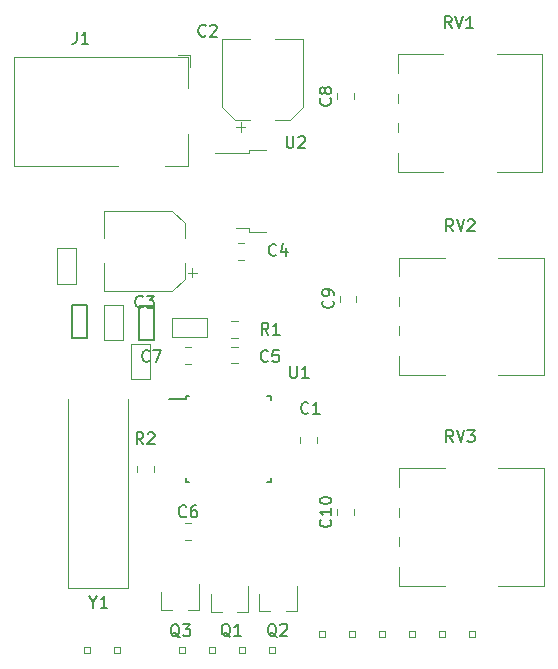
<source format=gbr>
G04 #@! TF.GenerationSoftware,KiCad,Pcbnew,5.0.2-bee76a0~70~ubuntu18.04.1*
G04 #@! TF.CreationDate,2019-12-16T19:01:30-05:00*
G04 #@! TF.ProjectId,LEDStuff,4c454453-7475-4666-962e-6b696361645f,rev?*
G04 #@! TF.SameCoordinates,Original*
G04 #@! TF.FileFunction,Legend,Top*
G04 #@! TF.FilePolarity,Positive*
%FSLAX46Y46*%
G04 Gerber Fmt 4.6, Leading zero omitted, Abs format (unit mm)*
G04 Created by KiCad (PCBNEW 5.0.2-bee76a0~70~ubuntu18.04.1) date Mon 16 Dec 2019 07:01:30 PM EST*
%MOMM*%
%LPD*%
G01*
G04 APERTURE LIST*
%ADD10C,0.066040*%
%ADD11C,0.120000*%
%ADD12C,0.150000*%
%ADD13C,0.152400*%
%ADD14C,0.050800*%
G04 APERTURE END LIST*
D10*
G04 #@! TO.C,J2*
X166326000Y-120254000D02*
X166834000Y-120254000D01*
X166834000Y-120254000D02*
X166834000Y-119746000D01*
X166326000Y-119746000D02*
X166834000Y-119746000D01*
X166326000Y-120254000D02*
X166326000Y-119746000D01*
X163786000Y-120254000D02*
X164294000Y-120254000D01*
X164294000Y-120254000D02*
X164294000Y-119746000D01*
X163786000Y-119746000D02*
X164294000Y-119746000D01*
X163786000Y-120254000D02*
X163786000Y-119746000D01*
X161246000Y-120254000D02*
X161754000Y-120254000D01*
X161754000Y-120254000D02*
X161754000Y-119746000D01*
X161246000Y-119746000D02*
X161754000Y-119746000D01*
X161246000Y-120254000D02*
X161246000Y-119746000D01*
X158706000Y-120254000D02*
X159214000Y-120254000D01*
X159214000Y-120254000D02*
X159214000Y-119746000D01*
X158706000Y-119746000D02*
X159214000Y-119746000D01*
X158706000Y-120254000D02*
X158706000Y-119746000D01*
X156166000Y-120254000D02*
X156674000Y-120254000D01*
X156674000Y-120254000D02*
X156674000Y-119746000D01*
X156166000Y-119746000D02*
X156674000Y-119746000D01*
X156166000Y-120254000D02*
X156166000Y-119746000D01*
X153626000Y-120254000D02*
X154134000Y-120254000D01*
X154134000Y-120254000D02*
X154134000Y-119746000D01*
X153626000Y-119746000D02*
X154134000Y-119746000D01*
X153626000Y-120254000D02*
X153626000Y-119746000D01*
D11*
G04 #@! TO.C,C1*
X153516400Y-103833452D02*
X153516400Y-103310948D01*
X152096400Y-103833452D02*
X152096400Y-103310948D01*
G04 #@! TO.C,C2*
X152300996Y-69602071D02*
X149950996Y-69602071D01*
X145480996Y-69602071D02*
X147830996Y-69602071D01*
X145480996Y-75357634D02*
X145480996Y-69602071D01*
X152300996Y-75357634D02*
X152300996Y-69602071D01*
X151236559Y-76422071D02*
X149950996Y-76422071D01*
X146545433Y-76422071D02*
X147830996Y-76422071D01*
X146545433Y-76422071D02*
X145480996Y-75357634D01*
X151236559Y-76422071D02*
X152300996Y-75357634D01*
X147043496Y-77449571D02*
X147043496Y-76662071D01*
X146649746Y-77055821D02*
X147437246Y-77055821D01*
G04 #@! TO.C,C3*
X142943650Y-89782350D02*
X142943650Y-88994850D01*
X143337400Y-89388600D02*
X142549900Y-89388600D01*
X142309900Y-85195537D02*
X141245463Y-84131100D01*
X142309900Y-89886663D02*
X141245463Y-90951100D01*
X142309900Y-89886663D02*
X142309900Y-88601100D01*
X142309900Y-85195537D02*
X142309900Y-86481100D01*
X141245463Y-84131100D02*
X135489900Y-84131100D01*
X141245463Y-90951100D02*
X135489900Y-90951100D01*
X135489900Y-90951100D02*
X135489900Y-88601100D01*
X135489900Y-84131100D02*
X135489900Y-86481100D01*
G04 #@! TO.C,C4*
X146801048Y-86881900D02*
X147323552Y-86881900D01*
X146801048Y-88301900D02*
X147323552Y-88301900D01*
G04 #@! TO.C,C5*
X146772152Y-95644900D02*
X146249648Y-95644900D01*
X146772152Y-97064900D02*
X146249648Y-97064900D01*
G04 #@! TO.C,C6*
X142338048Y-110592800D02*
X142860552Y-110592800D01*
X142338048Y-112012800D02*
X142860552Y-112012800D01*
G04 #@! TO.C,C7*
X142308948Y-97077600D02*
X142831452Y-97077600D01*
X142308948Y-95657600D02*
X142831452Y-95657600D01*
G04 #@! TO.C,C8*
X156627900Y-74704952D02*
X156627900Y-74182448D01*
X155207900Y-74704952D02*
X155207900Y-74182448D01*
G04 #@! TO.C,C9*
X155411100Y-91837252D02*
X155411100Y-91314748D01*
X156831100Y-91837252D02*
X156831100Y-91314748D01*
G04 #@! TO.C,C10*
X155207900Y-109904052D02*
X155207900Y-109381548D01*
X156627900Y-109904052D02*
X156627900Y-109381548D01*
G04 #@! TO.C,J1*
X142743100Y-71967400D02*
X142743100Y-70917400D01*
X141693100Y-70917400D02*
X142743100Y-70917400D01*
X136643100Y-80317400D02*
X127843100Y-80317400D01*
X127843100Y-80317400D02*
X127843100Y-71117400D01*
X142543100Y-77617400D02*
X142543100Y-80317400D01*
X142543100Y-80317400D02*
X140643100Y-80317400D01*
X127843100Y-71117400D02*
X142543100Y-71117400D01*
X142543100Y-71117400D02*
X142543100Y-73717400D01*
G04 #@! TO.C,Q1*
X144520800Y-118082600D02*
X145450800Y-118082600D01*
X147680800Y-118082600D02*
X146750800Y-118082600D01*
X147680800Y-118082600D02*
X147680800Y-115922600D01*
X144520800Y-118082600D02*
X144520800Y-116622600D01*
G04 #@! TO.C,Q2*
X148622900Y-118057200D02*
X148622900Y-116597200D01*
X151782900Y-118057200D02*
X151782900Y-115897200D01*
X151782900Y-118057200D02*
X150852900Y-118057200D01*
X148622900Y-118057200D02*
X149552900Y-118057200D01*
G04 #@! TO.C,Q3*
X140329800Y-117904800D02*
X141259800Y-117904800D01*
X143489800Y-117904800D02*
X142559800Y-117904800D01*
X143489800Y-117904800D02*
X143489800Y-115744800D01*
X140329800Y-117904800D02*
X140329800Y-116444800D01*
G04 #@! TO.C,R1*
X146249648Y-93498600D02*
X146772152Y-93498600D01*
X146249648Y-94918600D02*
X146772152Y-94918600D01*
G04 #@! TO.C,R2*
X138291500Y-105762048D02*
X138291500Y-106284552D01*
X139711500Y-105762048D02*
X139711500Y-106284552D01*
G04 #@! TO.C,RV1*
X160328500Y-70901700D02*
X164193500Y-70901700D01*
X168703500Y-70901700D02*
X172568500Y-70901700D01*
X160328500Y-80841700D02*
X164193500Y-80841700D01*
X168703500Y-80841700D02*
X172568500Y-80841700D01*
X160328500Y-70901700D02*
X160328500Y-72500700D01*
X160328500Y-74242700D02*
X160328500Y-75001700D01*
X160328500Y-76742700D02*
X160328500Y-77501700D01*
X160328500Y-79241700D02*
X160328500Y-80841700D01*
X172568500Y-70901700D02*
X172568500Y-80841700D01*
G04 #@! TO.C,RV2*
X172695500Y-88097500D02*
X172695500Y-98037500D01*
X160455500Y-96437500D02*
X160455500Y-98037500D01*
X160455500Y-93938500D02*
X160455500Y-94697500D01*
X160455500Y-91438500D02*
X160455500Y-92197500D01*
X160455500Y-88097500D02*
X160455500Y-89696500D01*
X168830500Y-98037500D02*
X172695500Y-98037500D01*
X160455500Y-98037500D02*
X164320500Y-98037500D01*
X168830500Y-88097500D02*
X172695500Y-88097500D01*
X160455500Y-88097500D02*
X164320500Y-88097500D01*
G04 #@! TO.C,RV3*
X160455500Y-105941000D02*
X164320500Y-105941000D01*
X168830500Y-105941000D02*
X172695500Y-105941000D01*
X160455500Y-115881000D02*
X164320500Y-115881000D01*
X168830500Y-115881000D02*
X172695500Y-115881000D01*
X160455500Y-105941000D02*
X160455500Y-107540000D01*
X160455500Y-109282000D02*
X160455500Y-110041000D01*
X160455500Y-111782000D02*
X160455500Y-112541000D01*
X160455500Y-114281000D02*
X160455500Y-115881000D01*
X172695500Y-105941000D02*
X172695500Y-115881000D01*
D12*
G04 #@! TO.C,U1*
X142374200Y-99841900D02*
X142374200Y-100066900D01*
X149624200Y-99841900D02*
X149624200Y-100166900D01*
X149624200Y-107091900D02*
X149624200Y-106766900D01*
X142374200Y-107091900D02*
X142374200Y-106766900D01*
X142374200Y-99841900D02*
X142699200Y-99841900D01*
X142374200Y-107091900D02*
X142699200Y-107091900D01*
X149624200Y-107091900D02*
X149299200Y-107091900D01*
X149624200Y-99841900D02*
X149299200Y-99841900D01*
X142374200Y-100066900D02*
X140949200Y-100066900D01*
D11*
G04 #@! TO.C,Y1*
X132425600Y-100094200D02*
X132425600Y-116069200D01*
X132425600Y-116069200D02*
X137525600Y-116069200D01*
X137525600Y-116069200D02*
X137525600Y-100094200D01*
G04 #@! TO.C,U2*
X149207500Y-79011100D02*
X147707500Y-79011100D01*
X147707500Y-79011100D02*
X147707500Y-79281100D01*
X147707500Y-79281100D02*
X144877500Y-79281100D01*
X149207500Y-85911100D02*
X147707500Y-85911100D01*
X147707500Y-85911100D02*
X147707500Y-85641100D01*
X147707500Y-85641100D02*
X146607500Y-85641100D01*
D10*
G04 #@! TO.C,J3*
X142334000Y-121046000D02*
X141826000Y-121046000D01*
X141826000Y-121046000D02*
X141826000Y-121554000D01*
X142334000Y-121554000D02*
X141826000Y-121554000D01*
X142334000Y-121046000D02*
X142334000Y-121554000D01*
X144874000Y-121046000D02*
X144366000Y-121046000D01*
X144366000Y-121046000D02*
X144366000Y-121554000D01*
X144874000Y-121554000D02*
X144366000Y-121554000D01*
X144874000Y-121046000D02*
X144874000Y-121554000D01*
X147414000Y-121046000D02*
X146906000Y-121046000D01*
X146906000Y-121046000D02*
X146906000Y-121554000D01*
X147414000Y-121554000D02*
X146906000Y-121554000D01*
X147414000Y-121046000D02*
X147414000Y-121554000D01*
X149954000Y-121046000D02*
X149446000Y-121046000D01*
X149446000Y-121046000D02*
X149446000Y-121554000D01*
X149954000Y-121554000D02*
X149446000Y-121554000D01*
X149954000Y-121046000D02*
X149954000Y-121554000D01*
G04 #@! TO.C,J4*
X136286000Y-121554000D02*
X136794000Y-121554000D01*
X136794000Y-121554000D02*
X136794000Y-121046000D01*
X136286000Y-121046000D02*
X136794000Y-121046000D01*
X136286000Y-121554000D02*
X136286000Y-121046000D01*
X133746000Y-121554000D02*
X134254000Y-121554000D01*
X134254000Y-121554000D02*
X134254000Y-121046000D01*
X133746000Y-121046000D02*
X134254000Y-121046000D01*
X133746000Y-121554000D02*
X133746000Y-121046000D01*
D13*
G04 #@! TO.C,Q4*
X134060400Y-94922400D02*
X132739600Y-94922400D01*
X132739600Y-94922400D02*
X132739600Y-92077600D01*
X132739600Y-92077600D02*
X134060400Y-92077600D01*
X134060400Y-92077600D02*
X134060400Y-94922400D01*
G04 #@! TO.C,Q5*
X139710400Y-92227600D02*
X139710400Y-95072400D01*
X138389600Y-92227600D02*
X139710400Y-92227600D01*
X138389600Y-95072400D02*
X138389600Y-92227600D01*
X139710400Y-95072400D02*
X138389600Y-95072400D01*
D14*
G04 #@! TO.C,R3*
X141201400Y-94862800D02*
X141201400Y-93237200D01*
X144198600Y-94862800D02*
X141201400Y-94862800D01*
X144198600Y-93237200D02*
X144198600Y-94862800D01*
X141201400Y-93237200D02*
X144198600Y-93237200D01*
G04 #@! TO.C,R4*
X137737200Y-98398600D02*
X137737200Y-95401400D01*
X137737200Y-95401400D02*
X139362800Y-95401400D01*
X139362800Y-95401400D02*
X139362800Y-98398600D01*
X139362800Y-98398600D02*
X137737200Y-98398600D01*
G04 #@! TO.C,R5*
X135437200Y-92100560D02*
X137062800Y-92100560D01*
X135437200Y-95097760D02*
X135437200Y-92100560D01*
X137062800Y-95097760D02*
X135437200Y-95097760D01*
X137062800Y-92100560D02*
X137062800Y-95097760D01*
G04 #@! TO.C,R6*
X133112800Y-87301400D02*
X133112800Y-90298600D01*
X133112800Y-90298600D02*
X131487200Y-90298600D01*
X131487200Y-90298600D02*
X131487200Y-87301400D01*
X131487200Y-87301400D02*
X133112800Y-87301400D01*
G04 #@! TO.C,C1*
D12*
X152766733Y-101245942D02*
X152719114Y-101293561D01*
X152576257Y-101341180D01*
X152481019Y-101341180D01*
X152338161Y-101293561D01*
X152242923Y-101198323D01*
X152195304Y-101103085D01*
X152147685Y-100912609D01*
X152147685Y-100769752D01*
X152195304Y-100579276D01*
X152242923Y-100484038D01*
X152338161Y-100388800D01*
X152481019Y-100341180D01*
X152576257Y-100341180D01*
X152719114Y-100388800D01*
X152766733Y-100436419D01*
X153719114Y-101341180D02*
X153147685Y-101341180D01*
X153433400Y-101341180D02*
X153433400Y-100341180D01*
X153338161Y-100484038D01*
X153242923Y-100579276D01*
X153147685Y-100626895D01*
G04 #@! TO.C,C2*
X144079933Y-69292742D02*
X144032314Y-69340361D01*
X143889457Y-69387980D01*
X143794219Y-69387980D01*
X143651361Y-69340361D01*
X143556123Y-69245123D01*
X143508504Y-69149885D01*
X143460885Y-68959409D01*
X143460885Y-68816552D01*
X143508504Y-68626076D01*
X143556123Y-68530838D01*
X143651361Y-68435600D01*
X143794219Y-68387980D01*
X143889457Y-68387980D01*
X144032314Y-68435600D01*
X144079933Y-68483219D01*
X144460885Y-68483219D02*
X144508504Y-68435600D01*
X144603742Y-68387980D01*
X144841838Y-68387980D01*
X144937076Y-68435600D01*
X144984695Y-68483219D01*
X145032314Y-68578457D01*
X145032314Y-68673695D01*
X144984695Y-68816552D01*
X144413266Y-69387980D01*
X145032314Y-69387980D01*
G04 #@! TO.C,C3*
X138733233Y-92248242D02*
X138685614Y-92295861D01*
X138542757Y-92343480D01*
X138447519Y-92343480D01*
X138304661Y-92295861D01*
X138209423Y-92200623D01*
X138161804Y-92105385D01*
X138114185Y-91914909D01*
X138114185Y-91772052D01*
X138161804Y-91581576D01*
X138209423Y-91486338D01*
X138304661Y-91391100D01*
X138447519Y-91343480D01*
X138542757Y-91343480D01*
X138685614Y-91391100D01*
X138733233Y-91438719D01*
X139066566Y-91343480D02*
X139685614Y-91343480D01*
X139352280Y-91724433D01*
X139495138Y-91724433D01*
X139590376Y-91772052D01*
X139637995Y-91819671D01*
X139685614Y-91914909D01*
X139685614Y-92153004D01*
X139637995Y-92248242D01*
X139590376Y-92295861D01*
X139495138Y-92343480D01*
X139209423Y-92343480D01*
X139114185Y-92295861D01*
X139066566Y-92248242D01*
G04 #@! TO.C,C4*
X150036233Y-87860142D02*
X149988614Y-87907761D01*
X149845757Y-87955380D01*
X149750519Y-87955380D01*
X149607661Y-87907761D01*
X149512423Y-87812523D01*
X149464804Y-87717285D01*
X149417185Y-87526809D01*
X149417185Y-87383952D01*
X149464804Y-87193476D01*
X149512423Y-87098238D01*
X149607661Y-87003000D01*
X149750519Y-86955380D01*
X149845757Y-86955380D01*
X149988614Y-87003000D01*
X150036233Y-87050619D01*
X150893376Y-87288714D02*
X150893376Y-87955380D01*
X150655280Y-86907761D02*
X150417185Y-87622047D01*
X151036233Y-87622047D01*
G04 #@! TO.C,C5*
X149337733Y-96851742D02*
X149290114Y-96899361D01*
X149147257Y-96946980D01*
X149052019Y-96946980D01*
X148909161Y-96899361D01*
X148813923Y-96804123D01*
X148766304Y-96708885D01*
X148718685Y-96518409D01*
X148718685Y-96375552D01*
X148766304Y-96185076D01*
X148813923Y-96089838D01*
X148909161Y-95994600D01*
X149052019Y-95946980D01*
X149147257Y-95946980D01*
X149290114Y-95994600D01*
X149337733Y-96042219D01*
X150242495Y-95946980D02*
X149766304Y-95946980D01*
X149718685Y-96423171D01*
X149766304Y-96375552D01*
X149861542Y-96327933D01*
X150099638Y-96327933D01*
X150194876Y-96375552D01*
X150242495Y-96423171D01*
X150290114Y-96518409D01*
X150290114Y-96756504D01*
X150242495Y-96851742D01*
X150194876Y-96899361D01*
X150099638Y-96946980D01*
X149861542Y-96946980D01*
X149766304Y-96899361D01*
X149718685Y-96851742D01*
G04 #@! TO.C,C6*
X142416233Y-109996242D02*
X142368614Y-110043861D01*
X142225757Y-110091480D01*
X142130519Y-110091480D01*
X141987661Y-110043861D01*
X141892423Y-109948623D01*
X141844804Y-109853385D01*
X141797185Y-109662909D01*
X141797185Y-109520052D01*
X141844804Y-109329576D01*
X141892423Y-109234338D01*
X141987661Y-109139100D01*
X142130519Y-109091480D01*
X142225757Y-109091480D01*
X142368614Y-109139100D01*
X142416233Y-109186719D01*
X143273376Y-109091480D02*
X143082900Y-109091480D01*
X142987661Y-109139100D01*
X142940042Y-109186719D01*
X142844804Y-109329576D01*
X142797185Y-109520052D01*
X142797185Y-109901004D01*
X142844804Y-109996242D01*
X142892423Y-110043861D01*
X142987661Y-110091480D01*
X143178138Y-110091480D01*
X143273376Y-110043861D01*
X143320995Y-109996242D01*
X143368614Y-109901004D01*
X143368614Y-109662909D01*
X143320995Y-109567671D01*
X143273376Y-109520052D01*
X143178138Y-109472433D01*
X142987661Y-109472433D01*
X142892423Y-109520052D01*
X142844804Y-109567671D01*
X142797185Y-109662909D01*
G04 #@! TO.C,C7*
X139317433Y-96839042D02*
X139269814Y-96886661D01*
X139126957Y-96934280D01*
X139031719Y-96934280D01*
X138888861Y-96886661D01*
X138793623Y-96791423D01*
X138746004Y-96696185D01*
X138698385Y-96505709D01*
X138698385Y-96362852D01*
X138746004Y-96172376D01*
X138793623Y-96077138D01*
X138888861Y-95981900D01*
X139031719Y-95934280D01*
X139126957Y-95934280D01*
X139269814Y-95981900D01*
X139317433Y-96029519D01*
X139650766Y-95934280D02*
X140317433Y-95934280D01*
X139888861Y-96934280D01*
G04 #@! TO.C,C8*
X154625042Y-74610366D02*
X154672661Y-74657985D01*
X154720280Y-74800842D01*
X154720280Y-74896080D01*
X154672661Y-75038938D01*
X154577423Y-75134176D01*
X154482185Y-75181795D01*
X154291709Y-75229414D01*
X154148852Y-75229414D01*
X153958376Y-75181795D01*
X153863138Y-75134176D01*
X153767900Y-75038938D01*
X153720280Y-74896080D01*
X153720280Y-74800842D01*
X153767900Y-74657985D01*
X153815519Y-74610366D01*
X154148852Y-74038938D02*
X154101233Y-74134176D01*
X154053614Y-74181795D01*
X153958376Y-74229414D01*
X153910757Y-74229414D01*
X153815519Y-74181795D01*
X153767900Y-74134176D01*
X153720280Y-74038938D01*
X153720280Y-73848461D01*
X153767900Y-73753223D01*
X153815519Y-73705604D01*
X153910757Y-73657985D01*
X153958376Y-73657985D01*
X154053614Y-73705604D01*
X154101233Y-73753223D01*
X154148852Y-73848461D01*
X154148852Y-74038938D01*
X154196471Y-74134176D01*
X154244090Y-74181795D01*
X154339328Y-74229414D01*
X154529804Y-74229414D01*
X154625042Y-74181795D01*
X154672661Y-74134176D01*
X154720280Y-74038938D01*
X154720280Y-73848461D01*
X154672661Y-73753223D01*
X154625042Y-73705604D01*
X154529804Y-73657985D01*
X154339328Y-73657985D01*
X154244090Y-73705604D01*
X154196471Y-73753223D01*
X154148852Y-73848461D01*
G04 #@! TO.C,C9*
X154828242Y-91742666D02*
X154875861Y-91790285D01*
X154923480Y-91933142D01*
X154923480Y-92028380D01*
X154875861Y-92171238D01*
X154780623Y-92266476D01*
X154685385Y-92314095D01*
X154494909Y-92361714D01*
X154352052Y-92361714D01*
X154161576Y-92314095D01*
X154066338Y-92266476D01*
X153971100Y-92171238D01*
X153923480Y-92028380D01*
X153923480Y-91933142D01*
X153971100Y-91790285D01*
X154018719Y-91742666D01*
X154923480Y-91266476D02*
X154923480Y-91076000D01*
X154875861Y-90980761D01*
X154828242Y-90933142D01*
X154685385Y-90837904D01*
X154494909Y-90790285D01*
X154113957Y-90790285D01*
X154018719Y-90837904D01*
X153971100Y-90885523D01*
X153923480Y-90980761D01*
X153923480Y-91171238D01*
X153971100Y-91266476D01*
X154018719Y-91314095D01*
X154113957Y-91361714D01*
X154352052Y-91361714D01*
X154447290Y-91314095D01*
X154494909Y-91266476D01*
X154542528Y-91171238D01*
X154542528Y-90980761D01*
X154494909Y-90885523D01*
X154447290Y-90837904D01*
X154352052Y-90790285D01*
G04 #@! TO.C,C10*
X154625042Y-110285657D02*
X154672661Y-110333276D01*
X154720280Y-110476133D01*
X154720280Y-110571371D01*
X154672661Y-110714228D01*
X154577423Y-110809466D01*
X154482185Y-110857085D01*
X154291709Y-110904704D01*
X154148852Y-110904704D01*
X153958376Y-110857085D01*
X153863138Y-110809466D01*
X153767900Y-110714228D01*
X153720280Y-110571371D01*
X153720280Y-110476133D01*
X153767900Y-110333276D01*
X153815519Y-110285657D01*
X154720280Y-109333276D02*
X154720280Y-109904704D01*
X154720280Y-109618990D02*
X153720280Y-109618990D01*
X153863138Y-109714228D01*
X153958376Y-109809466D01*
X154005995Y-109904704D01*
X153720280Y-108714228D02*
X153720280Y-108618990D01*
X153767900Y-108523752D01*
X153815519Y-108476133D01*
X153910757Y-108428514D01*
X154101233Y-108380895D01*
X154339328Y-108380895D01*
X154529804Y-108428514D01*
X154625042Y-108476133D01*
X154672661Y-108523752D01*
X154720280Y-108618990D01*
X154720280Y-108714228D01*
X154672661Y-108809466D01*
X154625042Y-108857085D01*
X154529804Y-108904704D01*
X154339328Y-108952323D01*
X154101233Y-108952323D01*
X153910757Y-108904704D01*
X153815519Y-108857085D01*
X153767900Y-108809466D01*
X153720280Y-108714228D01*
G04 #@! TO.C,J1*
X133143666Y-68984880D02*
X133143666Y-69699166D01*
X133096047Y-69842023D01*
X133000809Y-69937261D01*
X132857952Y-69984880D01*
X132762714Y-69984880D01*
X134143666Y-69984880D02*
X133572238Y-69984880D01*
X133857952Y-69984880D02*
X133857952Y-68984880D01*
X133762714Y-69127738D01*
X133667476Y-69222976D01*
X133572238Y-69270595D01*
G04 #@! TO.C,Q1*
X146157961Y-120207019D02*
X146062723Y-120159400D01*
X145967485Y-120064161D01*
X145824628Y-119921304D01*
X145729390Y-119873685D01*
X145634152Y-119873685D01*
X145681771Y-120111780D02*
X145586533Y-120064161D01*
X145491295Y-119968923D01*
X145443676Y-119778447D01*
X145443676Y-119445114D01*
X145491295Y-119254638D01*
X145586533Y-119159400D01*
X145681771Y-119111780D01*
X145872247Y-119111780D01*
X145967485Y-119159400D01*
X146062723Y-119254638D01*
X146110342Y-119445114D01*
X146110342Y-119778447D01*
X146062723Y-119968923D01*
X145967485Y-120064161D01*
X145872247Y-120111780D01*
X145681771Y-120111780D01*
X147062723Y-120111780D02*
X146491295Y-120111780D01*
X146777009Y-120111780D02*
X146777009Y-119111780D01*
X146681771Y-119254638D01*
X146586533Y-119349876D01*
X146491295Y-119397495D01*
G04 #@! TO.C,Q2*
X150069561Y-120207019D02*
X149974323Y-120159400D01*
X149879085Y-120064161D01*
X149736228Y-119921304D01*
X149640990Y-119873685D01*
X149545752Y-119873685D01*
X149593371Y-120111780D02*
X149498133Y-120064161D01*
X149402895Y-119968923D01*
X149355276Y-119778447D01*
X149355276Y-119445114D01*
X149402895Y-119254638D01*
X149498133Y-119159400D01*
X149593371Y-119111780D01*
X149783847Y-119111780D01*
X149879085Y-119159400D01*
X149974323Y-119254638D01*
X150021942Y-119445114D01*
X150021942Y-119778447D01*
X149974323Y-119968923D01*
X149879085Y-120064161D01*
X149783847Y-120111780D01*
X149593371Y-120111780D01*
X150402895Y-119207019D02*
X150450514Y-119159400D01*
X150545752Y-119111780D01*
X150783847Y-119111780D01*
X150879085Y-119159400D01*
X150926704Y-119207019D01*
X150974323Y-119302257D01*
X150974323Y-119397495D01*
X150926704Y-119540352D01*
X150355276Y-120111780D01*
X150974323Y-120111780D01*
G04 #@! TO.C,Q3*
X141865361Y-120257819D02*
X141770123Y-120210200D01*
X141674885Y-120114961D01*
X141532028Y-119972104D01*
X141436790Y-119924485D01*
X141341552Y-119924485D01*
X141389171Y-120162580D02*
X141293933Y-120114961D01*
X141198695Y-120019723D01*
X141151076Y-119829247D01*
X141151076Y-119495914D01*
X141198695Y-119305438D01*
X141293933Y-119210200D01*
X141389171Y-119162580D01*
X141579647Y-119162580D01*
X141674885Y-119210200D01*
X141770123Y-119305438D01*
X141817742Y-119495914D01*
X141817742Y-119829247D01*
X141770123Y-120019723D01*
X141674885Y-120114961D01*
X141579647Y-120162580D01*
X141389171Y-120162580D01*
X142151076Y-119162580D02*
X142770123Y-119162580D01*
X142436790Y-119543533D01*
X142579647Y-119543533D01*
X142674885Y-119591152D01*
X142722504Y-119638771D01*
X142770123Y-119734009D01*
X142770123Y-119972104D01*
X142722504Y-120067342D01*
X142674885Y-120114961D01*
X142579647Y-120162580D01*
X142293933Y-120162580D01*
X142198695Y-120114961D01*
X142151076Y-120067342D01*
G04 #@! TO.C,R1*
X149388533Y-94635580D02*
X149055200Y-94159390D01*
X148817104Y-94635580D02*
X148817104Y-93635580D01*
X149198057Y-93635580D01*
X149293295Y-93683200D01*
X149340914Y-93730819D01*
X149388533Y-93826057D01*
X149388533Y-93968914D01*
X149340914Y-94064152D01*
X149293295Y-94111771D01*
X149198057Y-94159390D01*
X148817104Y-94159390D01*
X150340914Y-94635580D02*
X149769485Y-94635580D01*
X150055200Y-94635580D02*
X150055200Y-93635580D01*
X149959961Y-93778438D01*
X149864723Y-93873676D01*
X149769485Y-93921295D01*
G04 #@! TO.C,R2*
X138796733Y-103906580D02*
X138463400Y-103430390D01*
X138225304Y-103906580D02*
X138225304Y-102906580D01*
X138606257Y-102906580D01*
X138701495Y-102954200D01*
X138749114Y-103001819D01*
X138796733Y-103097057D01*
X138796733Y-103239914D01*
X138749114Y-103335152D01*
X138701495Y-103382771D01*
X138606257Y-103430390D01*
X138225304Y-103430390D01*
X139177685Y-103001819D02*
X139225304Y-102954200D01*
X139320542Y-102906580D01*
X139558638Y-102906580D01*
X139653876Y-102954200D01*
X139701495Y-103001819D01*
X139749114Y-103097057D01*
X139749114Y-103192295D01*
X139701495Y-103335152D01*
X139130066Y-103906580D01*
X139749114Y-103906580D01*
G04 #@! TO.C,RV1*
X164903261Y-68674080D02*
X164569928Y-68197890D01*
X164331833Y-68674080D02*
X164331833Y-67674080D01*
X164712785Y-67674080D01*
X164808023Y-67721700D01*
X164855642Y-67769319D01*
X164903261Y-67864557D01*
X164903261Y-68007414D01*
X164855642Y-68102652D01*
X164808023Y-68150271D01*
X164712785Y-68197890D01*
X164331833Y-68197890D01*
X165188976Y-67674080D02*
X165522309Y-68674080D01*
X165855642Y-67674080D01*
X166712785Y-68674080D02*
X166141357Y-68674080D01*
X166427071Y-68674080D02*
X166427071Y-67674080D01*
X166331833Y-67816938D01*
X166236595Y-67912176D01*
X166141357Y-67959795D01*
G04 #@! TO.C,RV2*
X165030261Y-85869880D02*
X164696928Y-85393690D01*
X164458833Y-85869880D02*
X164458833Y-84869880D01*
X164839785Y-84869880D01*
X164935023Y-84917500D01*
X164982642Y-84965119D01*
X165030261Y-85060357D01*
X165030261Y-85203214D01*
X164982642Y-85298452D01*
X164935023Y-85346071D01*
X164839785Y-85393690D01*
X164458833Y-85393690D01*
X165315976Y-84869880D02*
X165649309Y-85869880D01*
X165982642Y-84869880D01*
X166268357Y-84965119D02*
X166315976Y-84917500D01*
X166411214Y-84869880D01*
X166649309Y-84869880D01*
X166744547Y-84917500D01*
X166792166Y-84965119D01*
X166839785Y-85060357D01*
X166839785Y-85155595D01*
X166792166Y-85298452D01*
X166220738Y-85869880D01*
X166839785Y-85869880D01*
G04 #@! TO.C,RV3*
X165030261Y-103713380D02*
X164696928Y-103237190D01*
X164458833Y-103713380D02*
X164458833Y-102713380D01*
X164839785Y-102713380D01*
X164935023Y-102761000D01*
X164982642Y-102808619D01*
X165030261Y-102903857D01*
X165030261Y-103046714D01*
X164982642Y-103141952D01*
X164935023Y-103189571D01*
X164839785Y-103237190D01*
X164458833Y-103237190D01*
X165315976Y-102713380D02*
X165649309Y-103713380D01*
X165982642Y-102713380D01*
X166220738Y-102713380D02*
X166839785Y-102713380D01*
X166506452Y-103094333D01*
X166649309Y-103094333D01*
X166744547Y-103141952D01*
X166792166Y-103189571D01*
X166839785Y-103284809D01*
X166839785Y-103522904D01*
X166792166Y-103618142D01*
X166744547Y-103665761D01*
X166649309Y-103713380D01*
X166363595Y-103713380D01*
X166268357Y-103665761D01*
X166220738Y-103618142D01*
G04 #@! TO.C,U1*
X151218995Y-97293180D02*
X151218995Y-98102704D01*
X151266614Y-98197942D01*
X151314233Y-98245561D01*
X151409471Y-98293180D01*
X151599947Y-98293180D01*
X151695185Y-98245561D01*
X151742804Y-98197942D01*
X151790423Y-98102704D01*
X151790423Y-97293180D01*
X152790423Y-98293180D02*
X152218995Y-98293180D01*
X152504709Y-98293180D02*
X152504709Y-97293180D01*
X152409471Y-97436038D01*
X152314233Y-97531276D01*
X152218995Y-97578895D01*
G04 #@! TO.C,Y1*
X134562909Y-117286090D02*
X134562909Y-117762280D01*
X134229576Y-116762280D02*
X134562909Y-117286090D01*
X134896242Y-116762280D01*
X135753385Y-117762280D02*
X135181957Y-117762280D01*
X135467671Y-117762280D02*
X135467671Y-116762280D01*
X135372433Y-116905138D01*
X135277195Y-117000376D01*
X135181957Y-117047995D01*
G04 #@! TO.C,U2*
X150926895Y-77811380D02*
X150926895Y-78620904D01*
X150974514Y-78716142D01*
X151022133Y-78763761D01*
X151117371Y-78811380D01*
X151307847Y-78811380D01*
X151403085Y-78763761D01*
X151450704Y-78716142D01*
X151498323Y-78620904D01*
X151498323Y-77811380D01*
X151926895Y-77906619D02*
X151974514Y-77859000D01*
X152069752Y-77811380D01*
X152307847Y-77811380D01*
X152403085Y-77859000D01*
X152450704Y-77906619D01*
X152498323Y-78001857D01*
X152498323Y-78097095D01*
X152450704Y-78239952D01*
X151879276Y-78811380D01*
X152498323Y-78811380D01*
G04 #@! TD*
M02*

</source>
